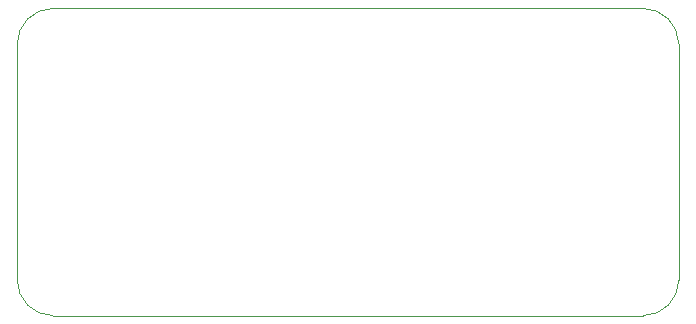
<source format=gm1>
G04 #@! TF.GenerationSoftware,KiCad,Pcbnew,(5.1.5)-3*
G04 #@! TF.CreationDate,2021-10-17T14:13:30-07:00*
G04 #@! TF.ProjectId,pololu_regulator_breakout,706f6c6f-6c75-45f7-9265-67756c61746f,rev?*
G04 #@! TF.SameCoordinates,Original*
G04 #@! TF.FileFunction,Profile,NP*
%FSLAX46Y46*%
G04 Gerber Fmt 4.6, Leading zero omitted, Abs format (unit mm)*
G04 Created by KiCad (PCBNEW (5.1.5)-3) date 2021-10-17 14:13:30*
%MOMM*%
%LPD*%
G04 APERTURE LIST*
%ADD10C,0.120000*%
G04 APERTURE END LIST*
D10*
X117000000Y-70000000D02*
G75*
G02X120000000Y-67000000I3000000J0D01*
G01*
X120000000Y-93000000D02*
G75*
G02X117000000Y-90000000I0J3000000D01*
G01*
X173000000Y-90000000D02*
G75*
G02X170000000Y-93000000I-3000000J0D01*
G01*
X170000000Y-67000000D02*
G75*
G02X173000000Y-70000000I0J-3000000D01*
G01*
X173000000Y-90000000D02*
X173000000Y-70000000D01*
X120000000Y-93000000D02*
X170000000Y-93000000D01*
X117000000Y-70000000D02*
X117000000Y-90000000D01*
X170000000Y-67000000D02*
X120000000Y-67000000D01*
M02*

</source>
